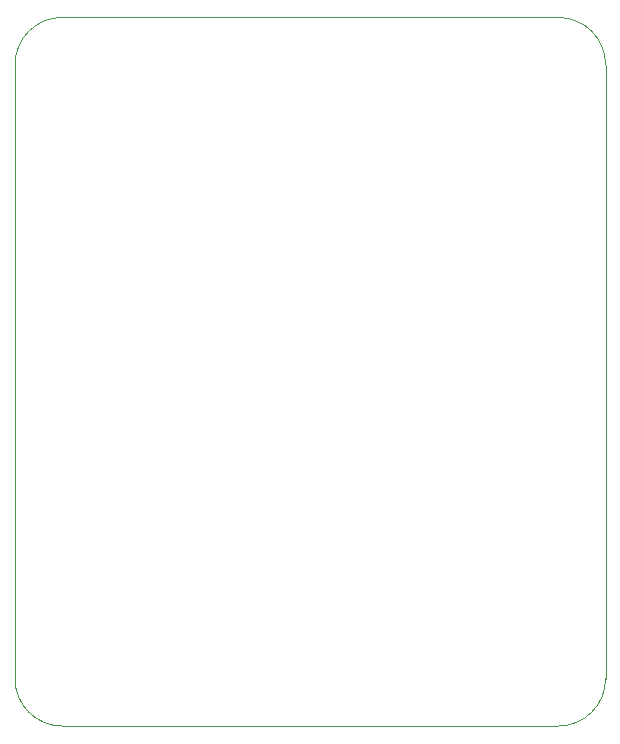
<source format=gbr>
%TF.GenerationSoftware,KiCad,Pcbnew,8.0.2*%
%TF.CreationDate,2024-05-26T21:52:28+02:00*%
%TF.ProjectId,Plant_Thing,506c616e-745f-4546-9869-6e672e6b6963,rev?*%
%TF.SameCoordinates,Original*%
%TF.FileFunction,Profile,NP*%
%FSLAX46Y46*%
G04 Gerber Fmt 4.6, Leading zero omitted, Abs format (unit mm)*
G04 Created by KiCad (PCBNEW 8.0.2) date 2024-05-26 21:52:28*
%MOMM*%
%LPD*%
G01*
G04 APERTURE LIST*
%TA.AperFunction,Profile*%
%ADD10C,0.038100*%
%TD*%
G04 APERTURE END LIST*
D10*
X130000000Y-64000000D02*
X130000000Y-116000000D01*
X134000000Y-120000000D02*
X176000000Y-120000000D01*
X180000000Y-116000000D02*
X180000000Y-64000000D01*
X176000000Y-60000000D02*
G75*
G02*
X180000000Y-64000000I0J-4000000D01*
G01*
X134000000Y-120000000D02*
G75*
G02*
X130000000Y-116000000I0J4000000D01*
G01*
X180000000Y-116000000D02*
G75*
G02*
X176000000Y-120000000I-4000000J0D01*
G01*
X176000000Y-60000000D02*
X134000000Y-60000000D01*
X130000000Y-64000000D02*
G75*
G02*
X134000000Y-60000000I4000000J0D01*
G01*
M02*

</source>
